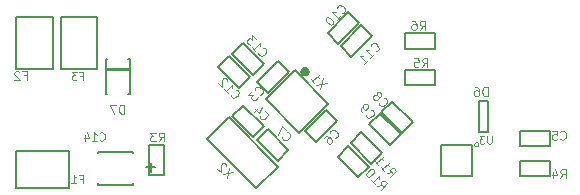
<source format=gbo>
G04 #@! TF.FileFunction,Legend,Bot*
%FSLAX46Y46*%
G04 Gerber Fmt 4.6, Leading zero omitted, Abs format (unit mm)*
G04 Created by KiCad (PCBNEW 4.0.7) date 07/03/18 10:44:51*
%MOMM*%
%LPD*%
G01*
G04 APERTURE LIST*
%ADD10C,0.100000*%
%ADD11C,0.200000*%
%ADD12C,0.381000*%
%ADD13C,0.127000*%
%ADD14C,0.150000*%
%ADD15C,0.250000*%
%ADD16C,0.097500*%
G04 APERTURE END LIST*
D10*
D11*
X18776497Y8834264D02*
X20544264Y7066497D01*
X20544264Y7066497D02*
X21463503Y7985736D01*
X21463503Y7985736D02*
X19695736Y9753503D01*
X19695736Y9753503D02*
X18776497Y8834264D01*
X22702764Y13525503D02*
X20934997Y11757736D01*
X20934997Y11757736D02*
X21854236Y10838497D01*
X21854236Y10838497D02*
X23622003Y12606264D01*
X23622003Y12606264D02*
X22702764Y13525503D01*
X45690000Y7625000D02*
X43190000Y7625000D01*
X43190000Y7625000D02*
X43190000Y6325000D01*
X43190000Y6325000D02*
X45690000Y6325000D01*
X45690000Y6325000D02*
X45690000Y7625000D01*
X25918236Y6710497D02*
X27686003Y8478264D01*
X27686003Y8478264D02*
X26766764Y9397503D01*
X26766764Y9397503D02*
X24998997Y7629736D01*
X24998997Y7629736D02*
X25918236Y6710497D01*
X23563503Y5985736D02*
X21795736Y7753503D01*
X21795736Y7753503D02*
X20876497Y6834264D01*
X20876497Y6834264D02*
X22644264Y5066497D01*
X22644264Y5066497D02*
X23563503Y5985736D01*
X13070000Y3910000D02*
X13070000Y6410000D01*
X13070000Y6410000D02*
X11770000Y6410000D01*
X11770000Y6410000D02*
X11770000Y3910000D01*
X11770000Y3910000D02*
X13070000Y3910000D01*
X45690000Y5085000D02*
X43190000Y5085000D01*
X43190000Y5085000D02*
X43190000Y3785000D01*
X43190000Y3785000D02*
X45690000Y3785000D01*
X45690000Y3785000D02*
X45690000Y5085000D01*
D12*
X25168528Y12615371D02*
G75*
G03X25168528Y12615371I-200000J0D01*
G01*
D13*
X24544264Y7524202D02*
X26948427Y9928365D01*
X26948427Y9928365D02*
X24120000Y12756792D01*
X24120000Y12756792D02*
X21645126Y10281918D01*
X21645126Y10281918D02*
X24473553Y7453491D01*
X24473553Y7453491D02*
X24614975Y7594913D01*
X16735076Y6856447D02*
X20836295Y2755227D01*
X20836295Y2755227D02*
X22674773Y4593705D01*
X22674773Y4593705D02*
X18502843Y8765635D01*
X18502843Y8765635D02*
X16664365Y6927157D01*
D11*
X31412497Y9177264D02*
X33180264Y7409497D01*
X33180264Y7409497D02*
X34099503Y8328736D01*
X34099503Y8328736D02*
X32331736Y10096503D01*
X32331736Y10096503D02*
X31412497Y9177264D01*
X30396497Y8161264D02*
X32164264Y6393497D01*
X32164264Y6393497D02*
X33083503Y7312736D01*
X33083503Y7312736D02*
X31315736Y9080503D01*
X31315736Y9080503D02*
X30396497Y8161264D01*
X27795736Y14966497D02*
X29563503Y16734264D01*
X29563503Y16734264D02*
X28644264Y17653503D01*
X28644264Y17653503D02*
X26876497Y15885736D01*
X26876497Y15885736D02*
X27795736Y14966497D01*
X28895736Y13866497D02*
X30663503Y15634264D01*
X30663503Y15634264D02*
X29744264Y16553503D01*
X29744264Y16553503D02*
X27976497Y14785736D01*
X27976497Y14785736D02*
X28895736Y13866497D01*
X17626497Y13034264D02*
X19394264Y11266497D01*
X19394264Y11266497D02*
X20313503Y12185736D01*
X20313503Y12185736D02*
X18545736Y13953503D01*
X18545736Y13953503D02*
X17626497Y13034264D01*
X18776497Y14134264D02*
X20544264Y12366497D01*
X20544264Y12366497D02*
X21463503Y13285736D01*
X21463503Y13285736D02*
X19695736Y15053503D01*
X19695736Y15053503D02*
X18776497Y14134264D01*
X3620000Y12835000D02*
X3620000Y17285000D01*
X3620000Y17285000D02*
X520000Y17285000D01*
X520000Y17285000D02*
X520000Y12835000D01*
X520000Y12835000D02*
X3620000Y12835000D01*
X495000Y2810000D02*
X4945000Y2810000D01*
X4945000Y2810000D02*
X4945000Y5910000D01*
X4945000Y5910000D02*
X495000Y5910000D01*
X495000Y5910000D02*
X495000Y2810000D01*
X33470000Y11460000D02*
X35970000Y11460000D01*
X35970000Y11460000D02*
X35970000Y12760000D01*
X35970000Y12760000D02*
X33470000Y12760000D01*
X33470000Y12760000D02*
X33470000Y11460000D01*
X35970000Y15860000D02*
X33470000Y15860000D01*
X33470000Y15860000D02*
X33470000Y14560000D01*
X33470000Y14560000D02*
X35970000Y14560000D01*
X35970000Y14560000D02*
X35970000Y15860000D01*
D14*
X36470000Y6410000D02*
X36470000Y3810000D01*
X39070000Y6410000D02*
X39070000Y3810000D01*
D11*
X39070000Y6410000D02*
X36470000Y6410000D01*
X36470000Y3810000D02*
X39070000Y3810000D01*
D14*
X40470000Y7510000D02*
X39670000Y7510000D01*
X39670000Y7510000D02*
X39670000Y10110000D01*
X39670000Y10110000D02*
X40470000Y10110000D01*
X40470000Y10110000D02*
X40470000Y7510000D01*
D11*
X30413503Y4585736D02*
X28645736Y6353503D01*
X28645736Y6353503D02*
X27726497Y5434264D01*
X27726497Y5434264D02*
X29494264Y3666497D01*
X29494264Y3666497D02*
X30413503Y4585736D01*
X31513503Y5735736D02*
X29745736Y7503503D01*
X29745736Y7503503D02*
X28826497Y6584264D01*
X28826497Y6584264D02*
X30594264Y4816497D01*
X30594264Y4816497D02*
X31513503Y5735736D01*
D14*
X7473000Y3190000D02*
X7473000Y3063000D01*
X7473000Y3063000D02*
X10394000Y3063000D01*
X10394000Y3063000D02*
X10394000Y3190000D01*
X10394000Y5730000D02*
X10394000Y5857000D01*
X10394000Y5857000D02*
X7473000Y5857000D01*
X7473000Y5857000D02*
X7473000Y5730000D01*
D15*
X10020000Y12810000D02*
X8220000Y12810000D01*
D14*
X8220000Y10710000D02*
X8120000Y10710000D01*
X8120000Y10710000D02*
X8120000Y13710000D01*
X8120000Y13710000D02*
X8220000Y13710000D01*
X10020000Y10710000D02*
X10120000Y10710000D01*
X10120000Y10710000D02*
X10120000Y13710000D01*
X10120000Y13710000D02*
X10020000Y13710000D01*
D11*
X4270000Y17285000D02*
X4270000Y12835000D01*
X4270000Y12835000D02*
X7370000Y12835000D01*
X7370000Y12835000D02*
X7370000Y17285000D01*
X7370000Y17285000D02*
X4270000Y17285000D01*
D10*
X21118985Y8832208D02*
X21118985Y8781701D01*
X21169492Y8680685D01*
X21220000Y8630177D01*
X21321016Y8579670D01*
X21422030Y8579670D01*
X21497793Y8604924D01*
X21624061Y8680685D01*
X21699823Y8756447D01*
X21775584Y8882715D01*
X21800837Y8958477D01*
X21800838Y9059492D01*
X21750330Y9160507D01*
X21699822Y9211015D01*
X21598807Y9261523D01*
X21548300Y9261523D01*
X20967462Y9589822D02*
X20613908Y9236269D01*
X21295762Y9665584D02*
X21043223Y9160507D01*
X20714924Y9488807D01*
X21142078Y10666771D02*
X21192585Y10666771D01*
X21293601Y10717278D01*
X21344109Y10767786D01*
X21394616Y10868802D01*
X21394616Y10969816D01*
X21369362Y11045579D01*
X21293601Y11171847D01*
X21217839Y11247609D01*
X21091571Y11323370D01*
X21015809Y11348623D01*
X20914794Y11348624D01*
X20813779Y11298116D01*
X20763271Y11247608D01*
X20712763Y11146593D01*
X20712763Y11096086D01*
X20485479Y10969816D02*
X20157179Y10641517D01*
X20535986Y10616263D01*
X20460225Y10540502D01*
X20434971Y10464741D01*
X20434972Y10414233D01*
X20460225Y10338471D01*
X20586494Y10212202D01*
X20662256Y10186949D01*
X20712763Y10186949D01*
X20788525Y10212202D01*
X20940048Y10363725D01*
X20965301Y10439487D01*
X20965301Y10489994D01*
X46595000Y6942143D02*
X46630714Y6906429D01*
X46737857Y6870714D01*
X46809286Y6870714D01*
X46916429Y6906429D01*
X46987857Y6977857D01*
X47023572Y7049286D01*
X47059286Y7192143D01*
X47059286Y7299286D01*
X47023572Y7442143D01*
X46987857Y7513571D01*
X46916429Y7585000D01*
X46809286Y7620714D01*
X46737857Y7620714D01*
X46630714Y7585000D01*
X46595000Y7549286D01*
X45916429Y7620714D02*
X46273572Y7620714D01*
X46309286Y7263571D01*
X46273572Y7299286D01*
X46202143Y7335000D01*
X46023572Y7335000D01*
X45952143Y7299286D01*
X45916429Y7263571D01*
X45880714Y7192143D01*
X45880714Y7013571D01*
X45916429Y6942143D01*
X45952143Y6906429D01*
X46023572Y6870714D01*
X46202143Y6870714D01*
X46273572Y6906429D01*
X46309286Y6942143D01*
X27497792Y7008985D02*
X27548299Y7008985D01*
X27649315Y7059492D01*
X27699823Y7110000D01*
X27750330Y7211016D01*
X27750330Y7312030D01*
X27725076Y7387793D01*
X27649315Y7514061D01*
X27573553Y7589823D01*
X27447285Y7665584D01*
X27371523Y7690837D01*
X27270508Y7690838D01*
X27169493Y7640330D01*
X27118985Y7589822D01*
X27068477Y7488807D01*
X27068477Y7438300D01*
X26563401Y7034238D02*
X26664416Y7135254D01*
X26740178Y7160508D01*
X26790685Y7160508D01*
X26916955Y7135254D01*
X27043223Y7059493D01*
X27245254Y6857462D01*
X27270508Y6781701D01*
X27270507Y6731193D01*
X27245254Y6655431D01*
X27144239Y6554416D01*
X27068477Y6529163D01*
X27017970Y6529163D01*
X26942208Y6554416D01*
X26815939Y6680685D01*
X26790686Y6756447D01*
X26790685Y6806955D01*
X26815939Y6882716D01*
X26916955Y6983731D01*
X26992715Y7008985D01*
X27043224Y7008985D01*
X27118985Y6983731D01*
X23038224Y7051447D02*
X23038224Y7000940D01*
X23088731Y6899924D01*
X23139239Y6849416D01*
X23240255Y6798909D01*
X23341269Y6798909D01*
X23417032Y6824163D01*
X23543300Y6899924D01*
X23619062Y6975686D01*
X23694823Y7101954D01*
X23720076Y7177716D01*
X23720077Y7278731D01*
X23669569Y7379746D01*
X23619061Y7430254D01*
X23518046Y7480762D01*
X23467539Y7480762D01*
X23341269Y7708046D02*
X22987716Y8061599D01*
X22684670Y7303985D01*
X12595000Y6720714D02*
X12845000Y7077857D01*
X13023572Y6720714D02*
X13023572Y7470714D01*
X12737857Y7470714D01*
X12666429Y7435000D01*
X12630714Y7399286D01*
X12595000Y7327857D01*
X12595000Y7220714D01*
X12630714Y7149286D01*
X12666429Y7113571D01*
X12737857Y7077857D01*
X13023572Y7077857D01*
X12345000Y7470714D02*
X11880714Y7470714D01*
X12130714Y7185000D01*
X12023572Y7185000D01*
X11952143Y7149286D01*
X11916429Y7113571D01*
X11880714Y7042143D01*
X11880714Y6863571D01*
X11916429Y6792143D01*
X11952143Y6756429D01*
X12023572Y6720714D01*
X12237857Y6720714D01*
X12309286Y6756429D01*
X12345000Y6792143D01*
X46595000Y3620714D02*
X46845000Y3977857D01*
X47023572Y3620714D02*
X47023572Y4370714D01*
X46737857Y4370714D01*
X46666429Y4335000D01*
X46630714Y4299286D01*
X46595000Y4227857D01*
X46595000Y4120714D01*
X46630714Y4049286D01*
X46666429Y4013571D01*
X46737857Y3977857D01*
X47023572Y3977857D01*
X45952143Y4120714D02*
X45952143Y3620714D01*
X46130714Y4406429D02*
X46309286Y3870714D01*
X45845000Y3870714D01*
X26809026Y11695122D02*
X25925142Y11518345D01*
X26455472Y12048675D02*
X26278696Y11164792D01*
X25445319Y11998168D02*
X25748365Y11695122D01*
X25596842Y11846645D02*
X26127172Y12376975D01*
X26101919Y12250705D01*
X26101919Y12149691D01*
X26127173Y12073929D01*
X18889734Y4121104D02*
X18005850Y3944327D01*
X18536180Y4474657D02*
X18359404Y3590774D01*
X18308896Y4600927D02*
X18308896Y4651434D01*
X18283642Y4727195D01*
X18157373Y4853464D01*
X18081612Y4878718D01*
X18031104Y4878718D01*
X17955342Y4853465D01*
X17904835Y4802958D01*
X17854328Y4701942D01*
X17854327Y4095850D01*
X17526027Y4424150D01*
X31218985Y9982208D02*
X31218985Y9931701D01*
X31269492Y9830685D01*
X31320000Y9780177D01*
X31421016Y9729670D01*
X31522030Y9729670D01*
X31597793Y9754924D01*
X31724061Y9830685D01*
X31799823Y9906447D01*
X31875584Y10032715D01*
X31900837Y10108477D01*
X31900838Y10209492D01*
X31850330Y10310507D01*
X31799822Y10361015D01*
X31698807Y10411523D01*
X31648300Y10411523D01*
X31168478Y10537792D02*
X31244238Y10512538D01*
X31294746Y10512538D01*
X31370508Y10537792D01*
X31395762Y10563045D01*
X31421016Y10638807D01*
X31421015Y10689315D01*
X31395762Y10765076D01*
X31294746Y10866091D01*
X31218985Y10891345D01*
X31168478Y10891345D01*
X31092715Y10866092D01*
X31067462Y10840838D01*
X31042208Y10765076D01*
X31042208Y10714569D01*
X31067462Y10638807D01*
X31168478Y10537792D01*
X31193731Y10462030D01*
X31193731Y10411522D01*
X31168478Y10335762D01*
X31067462Y10234746D01*
X30991701Y10209492D01*
X30941193Y10209493D01*
X30865431Y10234746D01*
X30764416Y10335761D01*
X30739163Y10411523D01*
X30739163Y10462030D01*
X30764416Y10537792D01*
X30865431Y10638808D01*
X30941193Y10664061D01*
X30991700Y10664061D01*
X31067462Y10638807D01*
X30118985Y8982208D02*
X30118985Y8931701D01*
X30169492Y8830685D01*
X30220000Y8780177D01*
X30321016Y8729670D01*
X30422030Y8729670D01*
X30497793Y8754924D01*
X30624061Y8830685D01*
X30699823Y8906447D01*
X30775584Y9032715D01*
X30800837Y9108477D01*
X30800838Y9209492D01*
X30750330Y9310507D01*
X30699822Y9361015D01*
X30598807Y9411523D01*
X30548300Y9411523D01*
X29815939Y9184238D02*
X29714924Y9285254D01*
X29689671Y9361015D01*
X29689670Y9411523D01*
X29714924Y9537792D01*
X29790685Y9664061D01*
X29992715Y9866092D01*
X30068478Y9891345D01*
X30118985Y9891345D01*
X30194746Y9866091D01*
X30295762Y9765076D01*
X30321015Y9689315D01*
X30321016Y9638807D01*
X30295762Y9563045D01*
X30169493Y9436777D01*
X30093731Y9411522D01*
X30043223Y9411523D01*
X29967462Y9436777D01*
X29866447Y9537792D01*
X29841193Y9613553D01*
X29841193Y9664061D01*
X29866447Y9739823D01*
X28100330Y17561523D02*
X28150837Y17561523D01*
X28251853Y17612030D01*
X28302361Y17662538D01*
X28352868Y17763554D01*
X28352868Y17864569D01*
X28327615Y17940331D01*
X28251853Y18066600D01*
X28176092Y18142361D01*
X28049823Y18218123D01*
X27974061Y18243376D01*
X27873046Y18243376D01*
X27772031Y18192868D01*
X27721523Y18142360D01*
X27671015Y18041345D01*
X27671015Y17990838D01*
X27645762Y17005939D02*
X27948808Y17308985D01*
X27797285Y17157462D02*
X27266955Y17687792D01*
X27393224Y17662538D01*
X27494238Y17662538D01*
X27570000Y17687793D01*
X26787132Y17207969D02*
X26736624Y17157462D01*
X26711370Y17081700D01*
X26711370Y17031193D01*
X26736624Y16955431D01*
X26812385Y16829162D01*
X26938654Y16702893D01*
X27064924Y16627132D01*
X27140685Y16601878D01*
X27191192Y16601878D01*
X27266955Y16627132D01*
X27317462Y16677639D01*
X27342715Y16753401D01*
X27342715Y16803908D01*
X27317462Y16879670D01*
X27241700Y17005939D01*
X27115431Y17132208D01*
X26989163Y17207970D01*
X26913400Y17233223D01*
X26862893Y17233223D01*
X26787132Y17207969D01*
X30950330Y14361523D02*
X31000837Y14361523D01*
X31101853Y14412030D01*
X31152361Y14462538D01*
X31202868Y14563554D01*
X31202868Y14664569D01*
X31177615Y14740331D01*
X31101853Y14866600D01*
X31026092Y14942361D01*
X30899823Y15018123D01*
X30824061Y15043376D01*
X30723046Y15043376D01*
X30622031Y14992868D01*
X30571523Y14942360D01*
X30521015Y14841345D01*
X30521015Y14790838D01*
X30495762Y13805939D02*
X30798808Y14108985D01*
X30647285Y13957462D02*
X30116955Y14487792D01*
X30243224Y14462538D01*
X30344238Y14462538D01*
X30420000Y14487793D01*
X29990685Y13300862D02*
X30293731Y13603908D01*
X30142208Y13452385D02*
X29611878Y13982715D01*
X29738148Y13957462D01*
X29839162Y13957462D01*
X29914924Y13982716D01*
X18671522Y10679670D02*
X18671522Y10629163D01*
X18722029Y10528147D01*
X18772537Y10477639D01*
X18873553Y10427132D01*
X18974568Y10427132D01*
X19050330Y10452385D01*
X19176599Y10528147D01*
X19252360Y10603908D01*
X19328122Y10730177D01*
X19353375Y10805939D01*
X19353375Y10906954D01*
X19302867Y11007969D01*
X19252359Y11058477D01*
X19151344Y11108985D01*
X19100837Y11108985D01*
X18115938Y11134238D02*
X18418984Y10831192D01*
X18267461Y10982715D02*
X18797791Y11513045D01*
X18772537Y11386776D01*
X18772537Y11285762D01*
X18797792Y11210000D01*
X18393730Y11816092D02*
X18393730Y11866599D01*
X18368476Y11942360D01*
X18242207Y12068629D01*
X18166446Y12093883D01*
X18115938Y12093883D01*
X18040176Y12068630D01*
X17989669Y12018123D01*
X17939162Y11917107D01*
X17939161Y11311015D01*
X17610861Y11639315D01*
X21021523Y14229670D02*
X21021523Y14179163D01*
X21072030Y14078147D01*
X21122538Y14027639D01*
X21223554Y13977132D01*
X21324569Y13977132D01*
X21400331Y14002385D01*
X21526600Y14078147D01*
X21602361Y14153908D01*
X21678123Y14280177D01*
X21703376Y14355939D01*
X21703376Y14456954D01*
X21652868Y14557969D01*
X21602360Y14608477D01*
X21501345Y14658985D01*
X21450838Y14658985D01*
X20465939Y14684238D02*
X20768985Y14381192D01*
X20617462Y14532715D02*
X21147792Y15063045D01*
X21122538Y14936776D01*
X21122538Y14835762D01*
X21147793Y14760000D01*
X20819492Y15391345D02*
X20491192Y15719645D01*
X20465939Y15340838D01*
X20390178Y15416599D01*
X20314416Y15441853D01*
X20263908Y15441852D01*
X20188147Y15416600D01*
X20061877Y15290330D01*
X20036624Y15214569D01*
X20036624Y15164061D01*
X20061878Y15088299D01*
X20213400Y14936777D01*
X20289163Y14911523D01*
X20339670Y14911523D01*
X1150000Y12303571D02*
X1400000Y12303571D01*
X1400000Y11910714D02*
X1400000Y12660714D01*
X1042857Y12660714D01*
X792857Y12589286D02*
X757143Y12625000D01*
X685714Y12660714D01*
X507143Y12660714D01*
X435714Y12625000D01*
X400000Y12589286D01*
X364285Y12517857D01*
X364285Y12446429D01*
X400000Y12339286D01*
X828571Y11910714D01*
X364285Y11910714D01*
X5950000Y3553571D02*
X6200000Y3553571D01*
X6200000Y3160714D02*
X6200000Y3910714D01*
X5842857Y3910714D01*
X5164285Y3160714D02*
X5592857Y3160714D01*
X5378571Y3160714D02*
X5378571Y3910714D01*
X5450000Y3803571D01*
X5521428Y3732143D01*
X5592857Y3696429D01*
X34895000Y13020714D02*
X35145000Y13377857D01*
X35323572Y13020714D02*
X35323572Y13770714D01*
X35037857Y13770714D01*
X34966429Y13735000D01*
X34930714Y13699286D01*
X34895000Y13627857D01*
X34895000Y13520714D01*
X34930714Y13449286D01*
X34966429Y13413571D01*
X35037857Y13377857D01*
X35323572Y13377857D01*
X34216429Y13770714D02*
X34573572Y13770714D01*
X34609286Y13413571D01*
X34573572Y13449286D01*
X34502143Y13485000D01*
X34323572Y13485000D01*
X34252143Y13449286D01*
X34216429Y13413571D01*
X34180714Y13342143D01*
X34180714Y13163571D01*
X34216429Y13092143D01*
X34252143Y13056429D01*
X34323572Y13020714D01*
X34502143Y13020714D01*
X34573572Y13056429D01*
X34609286Y13092143D01*
X34695000Y16170714D02*
X34945000Y16527857D01*
X35123572Y16170714D02*
X35123572Y16920714D01*
X34837857Y16920714D01*
X34766429Y16885000D01*
X34730714Y16849286D01*
X34695000Y16777857D01*
X34695000Y16670714D01*
X34730714Y16599286D01*
X34766429Y16563571D01*
X34837857Y16527857D01*
X35123572Y16527857D01*
X34052143Y16920714D02*
X34195000Y16920714D01*
X34266429Y16885000D01*
X34302143Y16849286D01*
X34373572Y16742143D01*
X34409286Y16599286D01*
X34409286Y16313571D01*
X34373572Y16242143D01*
X34337857Y16206429D01*
X34266429Y16170714D01*
X34123572Y16170714D01*
X34052143Y16206429D01*
X34016429Y16242143D01*
X33980714Y16313571D01*
X33980714Y16492143D01*
X34016429Y16563571D01*
X34052143Y16599286D01*
X34123572Y16635000D01*
X34266429Y16635000D01*
X34337857Y16599286D01*
X34373572Y16563571D01*
X34409286Y16492143D01*
D16*
X40765238Y7165952D02*
X40765238Y6639762D01*
X40734286Y6577857D01*
X40703333Y6546905D01*
X40641429Y6515952D01*
X40517619Y6515952D01*
X40455714Y6546905D01*
X40424762Y6577857D01*
X40393810Y6639762D01*
X40393810Y7165952D01*
X40146191Y7165952D02*
X39743810Y7165952D01*
X39960477Y6918333D01*
X39867619Y6918333D01*
X39805715Y6887381D01*
X39774762Y6856429D01*
X39743810Y6794524D01*
X39743810Y6639762D01*
X39774762Y6577857D01*
X39805715Y6546905D01*
X39867619Y6515952D01*
X40053334Y6515952D01*
X40115238Y6546905D01*
X40146191Y6577857D01*
D10*
X39508095Y6633810D02*
X39431905Y6633810D01*
X39355714Y6595714D01*
X39317619Y6519524D01*
X39317619Y6443333D01*
X39355714Y6367143D01*
X39431905Y6329048D01*
X39508095Y6329048D01*
X39584286Y6367143D01*
X39622381Y6443333D01*
X39622381Y6519524D01*
X39584286Y6595714D01*
X39508095Y6633810D01*
X40423572Y10570714D02*
X40423572Y11320714D01*
X40245000Y11320714D01*
X40137857Y11285000D01*
X40066429Y11213571D01*
X40030714Y11142143D01*
X39995000Y10999286D01*
X39995000Y10892143D01*
X40030714Y10749286D01*
X40066429Y10677857D01*
X40137857Y10606429D01*
X40245000Y10570714D01*
X40423572Y10570714D01*
X39352143Y11320714D02*
X39495000Y11320714D01*
X39566429Y11285000D01*
X39602143Y11249286D01*
X39673572Y11142143D01*
X39709286Y10999286D01*
X39709286Y10713571D01*
X39673572Y10642143D01*
X39637857Y10606429D01*
X39566429Y10570714D01*
X39423572Y10570714D01*
X39352143Y10606429D01*
X39316429Y10642143D01*
X39280714Y10713571D01*
X39280714Y10892143D01*
X39316429Y10963571D01*
X39352143Y10999286D01*
X39423572Y11035000D01*
X39566429Y11035000D01*
X39637857Y10999286D01*
X39673572Y10963571D01*
X39709286Y10892143D01*
X31071015Y2929162D02*
X31500330Y3004924D01*
X31374061Y2626116D02*
X31904391Y3156446D01*
X31702360Y3358477D01*
X31626600Y3383731D01*
X31576092Y3383731D01*
X31500330Y3358477D01*
X31424569Y3282715D01*
X31399315Y3206955D01*
X31399315Y3156446D01*
X31424569Y3080685D01*
X31626600Y2878654D01*
X30565939Y3434238D02*
X30868985Y3131192D01*
X30717462Y3282715D02*
X31247792Y3813045D01*
X31222538Y3686776D01*
X31222538Y3585762D01*
X31247793Y3510000D01*
X30767969Y4292868D02*
X30717462Y4343376D01*
X30641700Y4368630D01*
X30591193Y4368630D01*
X30515431Y4343376D01*
X30389162Y4267615D01*
X30262893Y4141346D01*
X30187132Y4015076D01*
X30161878Y3939315D01*
X30161878Y3888808D01*
X30187132Y3813045D01*
X30237639Y3762538D01*
X30313401Y3737285D01*
X30363908Y3737285D01*
X30439670Y3762538D01*
X30565939Y3838300D01*
X30692208Y3964569D01*
X30767970Y4090837D01*
X30793223Y4166600D01*
X30793223Y4217107D01*
X30767969Y4292868D01*
X31871015Y4029162D02*
X32300330Y4104924D01*
X32174061Y3726116D02*
X32704391Y4256446D01*
X32502360Y4458477D01*
X32426600Y4483731D01*
X32376092Y4483731D01*
X32300330Y4458477D01*
X32224569Y4382715D01*
X32199315Y4306955D01*
X32199315Y4256446D01*
X32224569Y4180685D01*
X32426600Y3978654D01*
X31365939Y4534238D02*
X31668985Y4231192D01*
X31517462Y4382715D02*
X32047792Y4913045D01*
X32022538Y4786776D01*
X32022538Y4685762D01*
X32047793Y4610000D01*
X30860862Y5039315D02*
X31163908Y4736269D01*
X31012385Y4887792D02*
X31542715Y5418122D01*
X31517462Y5291852D01*
X31517462Y5190838D01*
X31542716Y5115076D01*
X7600000Y6850000D02*
X7633334Y6816667D01*
X7733334Y6783333D01*
X7800000Y6783333D01*
X7900000Y6816667D01*
X7966667Y6883333D01*
X8000000Y6950000D01*
X8033334Y7083333D01*
X8033334Y7183333D01*
X8000000Y7316667D01*
X7966667Y7383333D01*
X7900000Y7450000D01*
X7800000Y7483333D01*
X7733334Y7483333D01*
X7633334Y7450000D01*
X7600000Y7416667D01*
X6933334Y6783333D02*
X7333334Y6783333D01*
X7133334Y6783333D02*
X7133334Y7483333D01*
X7200000Y7383333D01*
X7266667Y7316667D01*
X7333334Y7283333D01*
X6333333Y7250000D02*
X6333333Y6783333D01*
X6500000Y7516667D02*
X6666667Y7016667D01*
X6233333Y7016667D01*
D14*
X12298952Y4515571D02*
X11537047Y4515571D01*
X11917999Y4134619D02*
X11917999Y4896524D01*
D10*
X9623572Y9070714D02*
X9623572Y9820714D01*
X9445000Y9820714D01*
X9337857Y9785000D01*
X9266429Y9713571D01*
X9230714Y9642143D01*
X9195000Y9499286D01*
X9195000Y9392143D01*
X9230714Y9249286D01*
X9266429Y9177857D01*
X9337857Y9106429D01*
X9445000Y9070714D01*
X9623572Y9070714D01*
X8945000Y9820714D02*
X8445000Y9820714D01*
X8766429Y9070714D01*
D16*
X5916666Y12246429D02*
X6133333Y12246429D01*
X6133333Y11905952D02*
X6133333Y12555952D01*
X5823809Y12555952D01*
X5638095Y12555952D02*
X5235714Y12555952D01*
X5452381Y12308333D01*
X5359523Y12308333D01*
X5297619Y12277381D01*
X5266666Y12246429D01*
X5235714Y12184524D01*
X5235714Y12029762D01*
X5266666Y11967857D01*
X5297619Y11936905D01*
X5359523Y11905952D01*
X5545238Y11905952D01*
X5607142Y11936905D01*
X5638095Y11967857D01*
M02*

</source>
